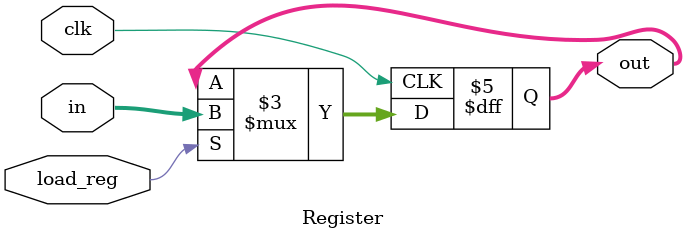
<source format=v>
`timescale 1ns / 1ps


module Register(
    	input wire clk,
    	input wire load_reg,
    	input wire [DATA_WIDTH-1:0] in,
    	output reg [DATA_WIDTH-1:0] out);

	parameter DATA_WIDTH = 32;

	always@(posedge clk) begin
    	if(load_reg) begin
        	out = in;
    	end
    	// else out = out
	end

endmodule

</source>
